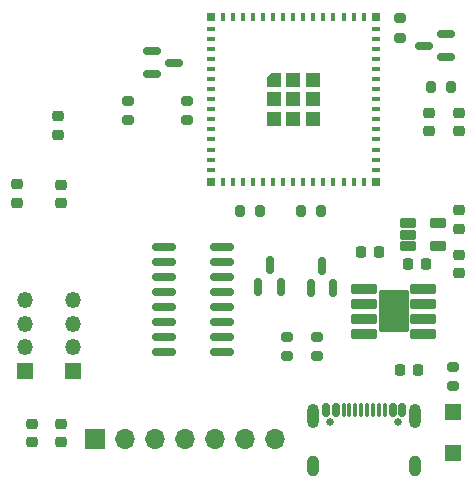
<source format=gbr>
%TF.GenerationSoftware,KiCad,Pcbnew,8.0.2*%
%TF.CreationDate,2025-04-11T11:57:09+07:00*%
%TF.ProjectId,wearable_device,77656172-6162-46c6-955f-646576696365,rev?*%
%TF.SameCoordinates,Original*%
%TF.FileFunction,Soldermask,Top*%
%TF.FilePolarity,Negative*%
%FSLAX46Y46*%
G04 Gerber Fmt 4.6, Leading zero omitted, Abs format (unit mm)*
G04 Created by KiCad (PCBNEW 8.0.2) date 2025-04-11 11:57:09*
%MOMM*%
%LPD*%
G01*
G04 APERTURE LIST*
G04 Aperture macros list*
%AMRoundRect*
0 Rectangle with rounded corners*
0 $1 Rounding radius*
0 $2 $3 $4 $5 $6 $7 $8 $9 X,Y pos of 4 corners*
0 Add a 4 corners polygon primitive as box body*
4,1,4,$2,$3,$4,$5,$6,$7,$8,$9,$2,$3,0*
0 Add four circle primitives for the rounded corners*
1,1,$1+$1,$2,$3*
1,1,$1+$1,$4,$5*
1,1,$1+$1,$6,$7*
1,1,$1+$1,$8,$9*
0 Add four rect primitives between the rounded corners*
20,1,$1+$1,$2,$3,$4,$5,0*
20,1,$1+$1,$4,$5,$6,$7,0*
20,1,$1+$1,$6,$7,$8,$9,0*
20,1,$1+$1,$8,$9,$2,$3,0*%
%AMOutline5P*
0 Free polygon, 5 corners , with rotation*
0 The origin of the aperture is its center*
0 number of corners: always 5*
0 $1 to $10 corner X, Y*
0 $11 Rotation angle, in degrees counterclockwise*
0 create outline with 5 corners*
4,1,5,$1,$2,$3,$4,$5,$6,$7,$8,$9,$10,$1,$2,$11*%
%AMOutline6P*
0 Free polygon, 6 corners , with rotation*
0 The origin of the aperture is its center*
0 number of corners: always 6*
0 $1 to $12 corner X, Y*
0 $13 Rotation angle, in degrees counterclockwise*
0 create outline with 6 corners*
4,1,6,$1,$2,$3,$4,$5,$6,$7,$8,$9,$10,$11,$12,$1,$2,$13*%
%AMOutline7P*
0 Free polygon, 7 corners , with rotation*
0 The origin of the aperture is its center*
0 number of corners: always 7*
0 $1 to $14 corner X, Y*
0 $15 Rotation angle, in degrees counterclockwise*
0 create outline with 7 corners*
4,1,7,$1,$2,$3,$4,$5,$6,$7,$8,$9,$10,$11,$12,$13,$14,$1,$2,$15*%
%AMOutline8P*
0 Free polygon, 8 corners , with rotation*
0 The origin of the aperture is its center*
0 number of corners: always 8*
0 $1 to $16 corner X, Y*
0 $17 Rotation angle, in degrees counterclockwise*
0 create outline with 8 corners*
4,1,8,$1,$2,$3,$4,$5,$6,$7,$8,$9,$10,$11,$12,$13,$14,$15,$16,$1,$2,$17*%
G04 Aperture macros list end*
%ADD10RoundRect,0.225000X-0.250000X0.225000X-0.250000X-0.225000X0.250000X-0.225000X0.250000X0.225000X0*%
%ADD11R,1.350000X1.350000*%
%ADD12RoundRect,0.200000X0.275000X-0.200000X0.275000X0.200000X-0.275000X0.200000X-0.275000X-0.200000X0*%
%ADD13RoundRect,0.200000X-0.200000X-0.275000X0.200000X-0.275000X0.200000X0.275000X-0.200000X0.275000X0*%
%ADD14RoundRect,0.150000X0.587500X0.150000X-0.587500X0.150000X-0.587500X-0.150000X0.587500X-0.150000X0*%
%ADD15R,0.800000X0.400000*%
%ADD16R,0.400000X0.800000*%
%ADD17Outline5P,-0.600000X0.204000X-0.204000X0.600000X0.600000X0.600000X0.600000X-0.600000X-0.600000X-0.600000X0.000000*%
%ADD18R,1.200000X1.200000*%
%ADD19R,0.800000X0.800000*%
%ADD20RoundRect,0.200000X-0.275000X0.200000X-0.275000X-0.200000X0.275000X-0.200000X0.275000X0.200000X0*%
%ADD21RoundRect,0.150000X0.150000X-0.587500X0.150000X0.587500X-0.150000X0.587500X-0.150000X-0.587500X0*%
%ADD22RoundRect,0.100500X0.986500X0.301500X-0.986500X0.301500X-0.986500X-0.301500X0.986500X-0.301500X0*%
%ADD23RoundRect,0.102000X1.206500X1.651000X-1.206500X1.651000X-1.206500X-1.651000X1.206500X-1.651000X0*%
%ADD24RoundRect,0.225000X0.250000X-0.225000X0.250000X0.225000X-0.250000X0.225000X-0.250000X-0.225000X0*%
%ADD25R,1.700000X1.700000*%
%ADD26O,1.700000X1.700000*%
%ADD27RoundRect,0.198500X-0.508500X-0.198500X0.508500X-0.198500X0.508500X0.198500X-0.508500X0.198500X0*%
%ADD28C,0.650000*%
%ADD29RoundRect,0.150000X-0.150000X-0.425000X0.150000X-0.425000X0.150000X0.425000X-0.150000X0.425000X0*%
%ADD30RoundRect,0.075000X-0.075000X-0.500000X0.075000X-0.500000X0.075000X0.500000X-0.075000X0.500000X0*%
%ADD31O,1.000000X2.100000*%
%ADD32O,1.000000X1.800000*%
%ADD33O,1.350000X1.350000*%
%ADD34RoundRect,0.225000X-0.225000X-0.250000X0.225000X-0.250000X0.225000X0.250000X-0.225000X0.250000X0*%
%ADD35RoundRect,0.150000X-0.825000X-0.150000X0.825000X-0.150000X0.825000X0.150000X-0.825000X0.150000X0*%
%ADD36RoundRect,0.150000X-0.587500X-0.150000X0.587500X-0.150000X0.587500X0.150000X-0.587500X0.150000X0*%
%ADD37RoundRect,0.225000X0.225000X0.250000X-0.225000X0.250000X-0.225000X-0.250000X0.225000X-0.250000X0*%
G04 APERTURE END LIST*
D10*
%TO.C,C7*%
X188250000Y-72700000D03*
X188250000Y-74250000D03*
%TD*%
D11*
%TO.C,J6*%
X225150000Y-95450000D03*
%TD*%
D12*
%TO.C,R5*%
X213650000Y-87275000D03*
X213650000Y-85625000D03*
%TD*%
D13*
%TO.C,R13*%
X223325000Y-64450000D03*
X224975000Y-64450000D03*
%TD*%
D10*
%TO.C,C3*%
X225650000Y-74900000D03*
X225650000Y-76450000D03*
%TD*%
D14*
%TO.C,Q3*%
X224587500Y-61900000D03*
X224587500Y-60000000D03*
X222712500Y-60950000D03*
%TD*%
D15*
%TO.C,U1*%
X204650000Y-59550000D03*
X204650000Y-60400000D03*
X204650000Y-61250000D03*
X204650000Y-62100000D03*
X204650000Y-62950000D03*
X204650000Y-63800000D03*
X204650000Y-64650000D03*
X204650000Y-65500000D03*
X204650000Y-66350000D03*
X204650000Y-67200000D03*
X204650000Y-68050000D03*
X204650000Y-68900000D03*
X204650000Y-69750000D03*
X204650000Y-70600000D03*
X204650000Y-71450000D03*
D16*
X205700000Y-72500000D03*
X206550000Y-72500000D03*
X207400000Y-72500000D03*
X208250000Y-72500000D03*
X209100000Y-72500000D03*
X209950000Y-72500000D03*
X210800000Y-72500000D03*
X211650000Y-72500000D03*
X212500000Y-72500000D03*
X213350000Y-72500000D03*
X214200000Y-72500000D03*
X215050000Y-72500000D03*
X215900000Y-72500000D03*
X216750000Y-72500000D03*
X217600000Y-72500000D03*
D15*
X218650000Y-71450000D03*
X218650000Y-70600000D03*
X218650000Y-69750000D03*
X218650000Y-68900000D03*
X218650000Y-68050000D03*
X218650000Y-67200000D03*
X218650000Y-66350000D03*
X218650000Y-65500000D03*
X218650000Y-64650000D03*
X218650000Y-63800000D03*
X218650000Y-62950000D03*
X218650000Y-62100000D03*
X218650000Y-61250000D03*
X218650000Y-60400000D03*
X218650000Y-59550000D03*
D16*
X217600000Y-58500000D03*
X216750000Y-58500000D03*
X215900000Y-58500000D03*
X215050000Y-58500000D03*
X214200000Y-58500000D03*
X213350000Y-58500000D03*
X212500000Y-58500000D03*
X211650000Y-58500000D03*
X210800000Y-58500000D03*
X209950000Y-58500000D03*
X209100000Y-58500000D03*
X208250000Y-58500000D03*
X207400000Y-58500000D03*
X206550000Y-58500000D03*
X205700000Y-58500000D03*
D17*
X210000000Y-63850000D03*
D18*
X210000000Y-65500000D03*
X210000000Y-67150000D03*
X211650000Y-63850000D03*
X211650000Y-65500000D03*
X211650000Y-67150000D03*
X213300000Y-63850000D03*
X213300000Y-65500000D03*
X213300000Y-67150000D03*
D19*
X204650000Y-58500000D03*
X204650000Y-72500000D03*
X218650000Y-72500000D03*
X218650000Y-58500000D03*
%TD*%
D13*
%TO.C,R7*%
X212325000Y-74950000D03*
X213975000Y-74950000D03*
%TD*%
D20*
%TO.C,R2*%
X220650000Y-58625000D03*
X220650000Y-60275000D03*
%TD*%
D21*
%TO.C,Q1*%
X213150000Y-81450000D03*
X215050000Y-81450000D03*
X214100000Y-79575000D03*
%TD*%
D12*
%TO.C,R4*%
X211140000Y-87275000D03*
X211140000Y-85625000D03*
%TD*%
D22*
%TO.C,U4*%
X222625000Y-85355000D03*
X222625000Y-84085000D03*
X222625000Y-82815000D03*
X222625000Y-81545000D03*
X217675000Y-81545000D03*
X217675000Y-82815000D03*
X217675000Y-84085000D03*
X217675000Y-85355000D03*
D23*
X220150000Y-83450000D03*
%TD*%
D24*
%TO.C,C4*%
X223140000Y-68225000D03*
X223140000Y-66675000D03*
%TD*%
D12*
%TO.C,R15*%
X202650000Y-67275000D03*
X202650000Y-65625000D03*
%TD*%
D10*
%TO.C,C1*%
X192000000Y-93000000D03*
X192000000Y-94550000D03*
%TD*%
D25*
%TO.C,J5*%
X194875000Y-94250000D03*
D26*
X197415000Y-94250000D03*
X199955000Y-94250000D03*
X202495000Y-94250000D03*
X205035000Y-94250000D03*
X207575000Y-94250000D03*
X210115000Y-94250000D03*
%TD*%
D10*
%TO.C,C12*%
X225650000Y-78675000D03*
X225650000Y-80225000D03*
%TD*%
D21*
%TO.C,Q2*%
X208700000Y-81387500D03*
X210600000Y-81387500D03*
X209650000Y-79512500D03*
%TD*%
D24*
%TO.C,C9*%
X191750000Y-68500000D03*
X191750000Y-66950000D03*
%TD*%
D27*
%TO.C,U3*%
X221395000Y-76000000D03*
X221395000Y-76950000D03*
X221395000Y-77900000D03*
X223905000Y-77900000D03*
X223905000Y-76000000D03*
%TD*%
D28*
%TO.C,P1*%
X214760000Y-92845000D03*
X220540000Y-92845000D03*
D29*
X214450000Y-91770000D03*
X215250000Y-91770000D03*
D30*
X216400000Y-91770000D03*
X217400000Y-91770000D03*
X217900000Y-91770000D03*
X218900000Y-91770000D03*
D29*
X220050000Y-91770000D03*
X220850000Y-91770000D03*
X220850000Y-91770000D03*
X220050000Y-91770000D03*
D30*
X219400000Y-91770000D03*
X218400000Y-91770000D03*
X216900000Y-91770000D03*
X215900000Y-91770000D03*
D29*
X215250000Y-91770000D03*
X214450000Y-91770000D03*
D31*
X213330000Y-92345000D03*
D32*
X213330000Y-96525000D03*
D31*
X221970000Y-92345000D03*
D32*
X221970000Y-96525000D03*
%TD*%
D11*
%TO.C,J3*%
X193000000Y-88500000D03*
D33*
X193000000Y-86500000D03*
X193000000Y-84500000D03*
X193000000Y-82500000D03*
%TD*%
D34*
%TO.C,C14*%
X221375000Y-79450000D03*
X222925000Y-79450000D03*
%TD*%
%TO.C,C13*%
X220650000Y-88450000D03*
X222200000Y-88450000D03*
%TD*%
D10*
%TO.C,C8*%
X192000000Y-72725000D03*
X192000000Y-74275000D03*
%TD*%
D20*
%TO.C,R3*%
X225150000Y-88125000D03*
X225150000Y-89775000D03*
%TD*%
D35*
%TO.C,U6*%
X200700000Y-78005000D03*
X200700000Y-79275000D03*
X200700000Y-80545000D03*
X200700000Y-81815000D03*
X200700000Y-83085000D03*
X200700000Y-84355000D03*
X200700000Y-85625000D03*
X200700000Y-86895000D03*
X205650000Y-86895000D03*
X205650000Y-85625000D03*
X205650000Y-84355000D03*
X205650000Y-83085000D03*
X205650000Y-81815000D03*
X205650000Y-80545000D03*
X205650000Y-79275000D03*
X205650000Y-78005000D03*
%TD*%
D11*
%TO.C,J4*%
X188950000Y-88500000D03*
D33*
X188950000Y-86500000D03*
X188950000Y-84500000D03*
X188950000Y-82500000D03*
%TD*%
D24*
%TO.C,C5*%
X225650000Y-68225000D03*
X225650000Y-66675000D03*
%TD*%
D12*
%TO.C,R14*%
X197650000Y-67275000D03*
X197650000Y-65625000D03*
%TD*%
D36*
%TO.C,Q5*%
X199650000Y-61450000D03*
X199650000Y-63350000D03*
X201525000Y-62400000D03*
%TD*%
D10*
%TO.C,C6*%
X189500000Y-93000000D03*
X189500000Y-94550000D03*
%TD*%
D11*
%TO.C,J2*%
X225150000Y-91950000D03*
%TD*%
D13*
%TO.C,R6*%
X207150000Y-74950000D03*
X208800000Y-74950000D03*
%TD*%
D37*
%TO.C,C2*%
X218925000Y-78450000D03*
X217375000Y-78450000D03*
%TD*%
M02*

</source>
